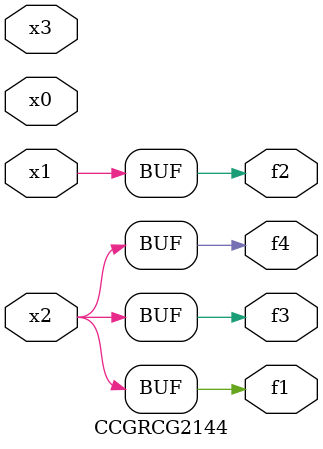
<source format=v>
module CCGRCG2144(
	input x0, x1, x2, x3,
	output f1, f2, f3, f4
);
	assign f1 = x2;
	assign f2 = x1;
	assign f3 = x2;
	assign f4 = x2;
endmodule

</source>
